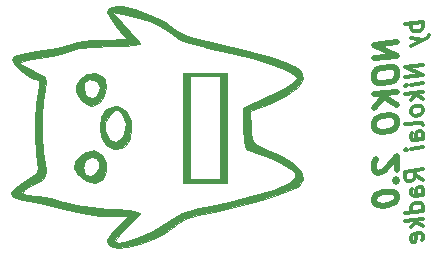
<source format=gbr>
G04 #@! TF.FileFunction,Legend,Bot*
%FSLAX46Y46*%
G04 Gerber Fmt 4.6, Leading zero omitted, Abs format (unit mm)*
G04 Created by KiCad (PCBNEW 4.0.6+dfsg1-1) date Sat Feb 24 17:26:48 2018*
%MOMM*%
%LPD*%
G01*
G04 APERTURE LIST*
%ADD10C,0.100000*%
%ADD11C,0.300000*%
%ADD12C,0.500000*%
%ADD13C,0.010000*%
G04 APERTURE END LIST*
D10*
D11*
X131578571Y-85365179D02*
X130078571Y-85552679D01*
X130650000Y-85481250D02*
X130578571Y-85633036D01*
X130578571Y-85918750D01*
X130650000Y-86052678D01*
X130721429Y-86115178D01*
X130864286Y-86168750D01*
X131292857Y-86115179D01*
X131435714Y-86025893D01*
X131507143Y-85945535D01*
X131578571Y-85793750D01*
X131578571Y-85508036D01*
X131507143Y-85374107D01*
X130578571Y-86704465D02*
X131578571Y-86936608D01*
X130578571Y-87418750D02*
X131578571Y-86936608D01*
X131935714Y-86749107D01*
X132007143Y-86668750D01*
X132078571Y-86516965D01*
X131578571Y-89008036D02*
X130078571Y-89195536D01*
X131578571Y-89865179D01*
X130078571Y-90052679D01*
X131578571Y-90579465D02*
X130578571Y-90704465D01*
X130078571Y-90766965D02*
X130150000Y-90686607D01*
X130221429Y-90749107D01*
X130150000Y-90829464D01*
X130078571Y-90766965D01*
X130221429Y-90749107D01*
X131578571Y-91293751D02*
X130078571Y-91481251D01*
X131007143Y-91508036D02*
X131578571Y-91865179D01*
X130578571Y-91990179D02*
X131150000Y-91347322D01*
X131578571Y-92722323D02*
X131507143Y-92588393D01*
X131435714Y-92525894D01*
X131292857Y-92472322D01*
X130864286Y-92525893D01*
X130721429Y-92615179D01*
X130650000Y-92695536D01*
X130578571Y-92847323D01*
X130578571Y-93061608D01*
X130650000Y-93195536D01*
X130721429Y-93258036D01*
X130864286Y-93311608D01*
X131292857Y-93258037D01*
X131435714Y-93168751D01*
X131507143Y-93088393D01*
X131578571Y-92936608D01*
X131578571Y-92722323D01*
X131578571Y-94079466D02*
X131507143Y-93945536D01*
X131364286Y-93891965D01*
X130078571Y-94052680D01*
X131578571Y-95293751D02*
X130792857Y-95391965D01*
X130650000Y-95338393D01*
X130578571Y-95204465D01*
X130578571Y-94918751D01*
X130650000Y-94766965D01*
X131507143Y-95302679D02*
X131578571Y-95150894D01*
X131578571Y-94793751D01*
X131507143Y-94659822D01*
X131364286Y-94606250D01*
X131221429Y-94624107D01*
X131078571Y-94713394D01*
X131007143Y-94865179D01*
X131007143Y-95222322D01*
X130935714Y-95374108D01*
X131578571Y-96008037D02*
X130578571Y-96133037D01*
X130078571Y-96195537D02*
X130150000Y-96115179D01*
X130221429Y-96177679D01*
X130150000Y-96258036D01*
X130078571Y-96195537D01*
X130221429Y-96177679D01*
X131578571Y-98722323D02*
X130864286Y-98311608D01*
X131578571Y-97865180D02*
X130078571Y-98052680D01*
X130078571Y-98624108D01*
X130150000Y-98758037D01*
X130221429Y-98820536D01*
X130364286Y-98874108D01*
X130578571Y-98847323D01*
X130721429Y-98758036D01*
X130792857Y-98677680D01*
X130864286Y-98525893D01*
X130864286Y-97954465D01*
X131578571Y-100008037D02*
X130792857Y-100106251D01*
X130650000Y-100052679D01*
X130578571Y-99918751D01*
X130578571Y-99633037D01*
X130650000Y-99481251D01*
X131507143Y-100016965D02*
X131578571Y-99865180D01*
X131578571Y-99508037D01*
X131507143Y-99374108D01*
X131364286Y-99320536D01*
X131221429Y-99338393D01*
X131078571Y-99427680D01*
X131007143Y-99579465D01*
X131007143Y-99936608D01*
X130935714Y-100088394D01*
X131578571Y-101365180D02*
X130078571Y-101552680D01*
X131507143Y-101374108D02*
X131578571Y-101222323D01*
X131578571Y-100936609D01*
X131507143Y-100802679D01*
X131435714Y-100740180D01*
X131292857Y-100686608D01*
X130864286Y-100740179D01*
X130721429Y-100829465D01*
X130650000Y-100909822D01*
X130578571Y-101061609D01*
X130578571Y-101347323D01*
X130650000Y-101481251D01*
X131578571Y-102079466D02*
X130078571Y-102266966D01*
X131007143Y-102293751D02*
X131578571Y-102650894D01*
X130578571Y-102775894D02*
X131150000Y-102133037D01*
X131507143Y-103874108D02*
X131578571Y-103722323D01*
X131578571Y-103436609D01*
X131507143Y-103302680D01*
X131364286Y-103249108D01*
X130792857Y-103320537D01*
X130650000Y-103409823D01*
X130578571Y-103561609D01*
X130578571Y-103847323D01*
X130650000Y-103981251D01*
X130792857Y-104034823D01*
X130935714Y-104016966D01*
X131078571Y-103284823D01*
D12*
X129404762Y-87077381D02*
X127404762Y-87327381D01*
X129404762Y-88220239D01*
X127404762Y-88470239D01*
X127404762Y-89803572D02*
X127404762Y-90184524D01*
X127500000Y-90363095D01*
X127690476Y-90529763D01*
X128071429Y-90577381D01*
X128738095Y-90494048D01*
X129119048Y-90351191D01*
X129309524Y-90136905D01*
X129404762Y-89934524D01*
X129404762Y-89553572D01*
X129309524Y-89375001D01*
X129119048Y-89208333D01*
X128738095Y-89160714D01*
X128071429Y-89244047D01*
X127690476Y-89386905D01*
X127500000Y-89601191D01*
X127404762Y-89803572D01*
X129404762Y-91267857D02*
X127404762Y-91517857D01*
X129404762Y-92410715D02*
X128261905Y-91696429D01*
X127404762Y-92660715D02*
X128547619Y-91375000D01*
X127404762Y-93898810D02*
X127404762Y-94279762D01*
X127500000Y-94458333D01*
X127690476Y-94625001D01*
X128071429Y-94672619D01*
X128738095Y-94589286D01*
X129119048Y-94446429D01*
X129309524Y-94232143D01*
X129404762Y-94029762D01*
X129404762Y-93648810D01*
X129309524Y-93470239D01*
X129119048Y-93303571D01*
X128738095Y-93255952D01*
X128071429Y-93339285D01*
X127690476Y-93482143D01*
X127500000Y-93696429D01*
X127404762Y-93898810D01*
X127595238Y-97017857D02*
X127500000Y-97125000D01*
X127404762Y-97327382D01*
X127404762Y-97803572D01*
X127500000Y-97982143D01*
X127595238Y-98065476D01*
X127785714Y-98136906D01*
X127976190Y-98113096D01*
X128261905Y-97982143D01*
X129404762Y-96696429D01*
X129404762Y-97934525D01*
X129214286Y-98815476D02*
X129309524Y-98898811D01*
X129404762Y-98791667D01*
X129309524Y-98708334D01*
X129214286Y-98815476D01*
X129404762Y-98791667D01*
X127404762Y-100375001D02*
X127404762Y-100565477D01*
X127500000Y-100744048D01*
X127595238Y-100827381D01*
X127785714Y-100898810D01*
X128166667Y-100946430D01*
X128642857Y-100886906D01*
X129023810Y-100744048D01*
X129214286Y-100625000D01*
X129309524Y-100517858D01*
X129404762Y-100315477D01*
X129404762Y-100125001D01*
X129309524Y-99946430D01*
X129214286Y-99863096D01*
X129023810Y-99791667D01*
X128642857Y-99744048D01*
X128166667Y-99803572D01*
X127785714Y-99946429D01*
X127595238Y-100065477D01*
X127500000Y-100172620D01*
X127404762Y-100375001D01*
D13*
G36*
X96862356Y-100234535D02*
X97626291Y-100470673D01*
X98237222Y-100561216D01*
X99486068Y-100773916D01*
X100844403Y-101098829D01*
X101473875Y-101287080D01*
X102714844Y-101591867D01*
X104111435Y-101784738D01*
X104845349Y-101820000D01*
X106602947Y-101820000D01*
X105700918Y-102750658D01*
X105158677Y-103372618D01*
X104837044Y-103862300D01*
X104798889Y-103990463D01*
X105028982Y-104368888D01*
X105645538Y-104507522D01*
X106537971Y-104434044D01*
X107595697Y-104176134D01*
X108708130Y-103761473D01*
X109764685Y-103217740D01*
X110654777Y-102572616D01*
X110727161Y-102506594D01*
X111436948Y-102050357D01*
X112513116Y-101710142D01*
X113494067Y-101526934D01*
X114613678Y-101310000D01*
X115944613Y-100986839D01*
X117354498Y-100597494D01*
X118710959Y-100182007D01*
X119881624Y-99780420D01*
X120734120Y-99432776D01*
X121086658Y-99230211D01*
X121433659Y-98668594D01*
X121253847Y-98032379D01*
X120575067Y-97351632D01*
X119425161Y-96656421D01*
X118204444Y-96117731D01*
X117523134Y-95814064D01*
X117178380Y-95468794D01*
X117037440Y-94883004D01*
X116993693Y-94303368D01*
X116911830Y-92930000D01*
X118567679Y-92290878D01*
X120076631Y-91596819D01*
X121022414Y-90897048D01*
X121404606Y-90192008D01*
X121231715Y-89496011D01*
X120802831Y-89184597D01*
X119914093Y-88796612D01*
X118660000Y-88361744D01*
X117135051Y-87909682D01*
X115433744Y-87470113D01*
X113650577Y-87072724D01*
X113284981Y-86999455D01*
X111851409Y-86641078D01*
X110870566Y-86203153D01*
X110444035Y-85875117D01*
X109626260Y-85306140D01*
X108471988Y-84757842D01*
X107205391Y-84316079D01*
X106050641Y-84066710D01*
X105652606Y-84040000D01*
X105222222Y-84117923D01*
X105222222Y-84547564D01*
X106492222Y-84751264D01*
X107498185Y-85001763D01*
X108590428Y-85409696D01*
X109598385Y-85895656D01*
X110351493Y-86380234D01*
X110639139Y-86681911D01*
X111004988Y-86910742D01*
X111784243Y-87183659D01*
X112833284Y-87453518D01*
X113265556Y-87544037D01*
X115268724Y-87976679D01*
X117072771Y-88441269D01*
X118607028Y-88913593D01*
X119800825Y-89369436D01*
X120583492Y-89784585D01*
X120884359Y-90134825D01*
X120885556Y-90154958D01*
X120632791Y-90483068D01*
X119927234Y-90949297D01*
X118847987Y-91502863D01*
X118627778Y-91604393D01*
X116370000Y-92629998D01*
X116370000Y-94397400D01*
X116385154Y-95366524D01*
X116468889Y-95915868D01*
X116678613Y-96189986D01*
X117071733Y-96333433D01*
X117146111Y-96351663D01*
X117930611Y-96611810D01*
X118863164Y-97018808D01*
X119767426Y-97483213D01*
X120467056Y-97915579D01*
X120767588Y-98188558D01*
X120731597Y-98596041D01*
X120220503Y-99037815D01*
X119315504Y-99452652D01*
X118923037Y-99579469D01*
X116995458Y-100119652D01*
X115167104Y-100583007D01*
X113591206Y-100932563D01*
X112574912Y-101111162D01*
X111149486Y-101526555D01*
X110107639Y-102223629D01*
X109427133Y-102687168D01*
X108513326Y-103158768D01*
X107513404Y-103581839D01*
X106574552Y-103899790D01*
X105843955Y-104056030D01*
X105477540Y-104003836D01*
X105576747Y-103743084D01*
X106005004Y-103242516D01*
X106467125Y-102796877D01*
X107104319Y-102185781D01*
X107523426Y-101715907D01*
X107621111Y-101542670D01*
X107359222Y-101438834D01*
X106654147Y-101330279D01*
X105626773Y-101232756D01*
X104869444Y-101184124D01*
X103424033Y-101062200D01*
X102150463Y-100872168D01*
X101223503Y-100641715D01*
X101068509Y-100581947D01*
X100053406Y-100272223D01*
X98987034Y-100128003D01*
X98897943Y-100126666D01*
X98007552Y-100051639D01*
X97659125Y-99840041D01*
X97858456Y-99512095D01*
X98601614Y-99092421D01*
X99302927Y-98746433D01*
X99601955Y-98424639D01*
X99612990Y-97923757D01*
X99527539Y-97445555D01*
X99395147Y-96350767D01*
X99332618Y-94946977D01*
X99339100Y-93452597D01*
X99413741Y-92086038D01*
X99552386Y-91080456D01*
X99657851Y-90448482D01*
X99534064Y-90071804D01*
X99067193Y-89764710D01*
X98617927Y-89555927D01*
X97923018Y-89198345D01*
X97510410Y-88900602D01*
X97461111Y-88815223D01*
X97716083Y-88666997D01*
X98376594Y-88507919D01*
X99083889Y-88400671D01*
X100179600Y-88219373D01*
X101204155Y-87969878D01*
X101658355Y-87815919D01*
X102471519Y-87613378D01*
X103675438Y-87477185D01*
X105098384Y-87426674D01*
X105115577Y-87426666D01*
X106225807Y-87405726D01*
X107083844Y-87349685D01*
X107562909Y-87268714D01*
X107621111Y-87225682D01*
X107439315Y-86931904D01*
X106966830Y-86371177D01*
X106421667Y-85786131D01*
X105222222Y-84547564D01*
X105222222Y-84117923D01*
X105005234Y-84157210D01*
X104827497Y-84523837D01*
X105119668Y-85162373D01*
X105674792Y-85864624D01*
X106550694Y-86862222D01*
X104616458Y-86874609D01*
X103422131Y-86942565D01*
X102274722Y-87106590D01*
X101553333Y-87290500D01*
X100594752Y-87560071D01*
X99424456Y-87792533D01*
X98836220Y-87875101D01*
X97630778Y-88050004D01*
X96950570Y-88265898D01*
X96756388Y-88566220D01*
X97009029Y-88994407D01*
X97450450Y-89410433D01*
X98119656Y-89918277D01*
X98661862Y-90216204D01*
X98803794Y-90248889D01*
X99029924Y-90388528D01*
X99033460Y-90883946D01*
X98955566Y-91307222D01*
X98817050Y-92348585D01*
X98747138Y-93695765D01*
X98746742Y-95123679D01*
X98816772Y-96407244D01*
X98931662Y-97213586D01*
X99011031Y-97764695D01*
X98870751Y-98147785D01*
X98405607Y-98525361D01*
X97873328Y-98848260D01*
X96990581Y-99445482D01*
X96652021Y-99900189D01*
X96862356Y-100234535D01*
X96862356Y-100234535D01*
G37*
X96862356Y-100234535D02*
X97626291Y-100470673D01*
X98237222Y-100561216D01*
X99486068Y-100773916D01*
X100844403Y-101098829D01*
X101473875Y-101287080D01*
X102714844Y-101591867D01*
X104111435Y-101784738D01*
X104845349Y-101820000D01*
X106602947Y-101820000D01*
X105700918Y-102750658D01*
X105158677Y-103372618D01*
X104837044Y-103862300D01*
X104798889Y-103990463D01*
X105028982Y-104368888D01*
X105645538Y-104507522D01*
X106537971Y-104434044D01*
X107595697Y-104176134D01*
X108708130Y-103761473D01*
X109764685Y-103217740D01*
X110654777Y-102572616D01*
X110727161Y-102506594D01*
X111436948Y-102050357D01*
X112513116Y-101710142D01*
X113494067Y-101526934D01*
X114613678Y-101310000D01*
X115944613Y-100986839D01*
X117354498Y-100597494D01*
X118710959Y-100182007D01*
X119881624Y-99780420D01*
X120734120Y-99432776D01*
X121086658Y-99230211D01*
X121433659Y-98668594D01*
X121253847Y-98032379D01*
X120575067Y-97351632D01*
X119425161Y-96656421D01*
X118204444Y-96117731D01*
X117523134Y-95814064D01*
X117178380Y-95468794D01*
X117037440Y-94883004D01*
X116993693Y-94303368D01*
X116911830Y-92930000D01*
X118567679Y-92290878D01*
X120076631Y-91596819D01*
X121022414Y-90897048D01*
X121404606Y-90192008D01*
X121231715Y-89496011D01*
X120802831Y-89184597D01*
X119914093Y-88796612D01*
X118660000Y-88361744D01*
X117135051Y-87909682D01*
X115433744Y-87470113D01*
X113650577Y-87072724D01*
X113284981Y-86999455D01*
X111851409Y-86641078D01*
X110870566Y-86203153D01*
X110444035Y-85875117D01*
X109626260Y-85306140D01*
X108471988Y-84757842D01*
X107205391Y-84316079D01*
X106050641Y-84066710D01*
X105652606Y-84040000D01*
X105222222Y-84117923D01*
X105222222Y-84547564D01*
X106492222Y-84751264D01*
X107498185Y-85001763D01*
X108590428Y-85409696D01*
X109598385Y-85895656D01*
X110351493Y-86380234D01*
X110639139Y-86681911D01*
X111004988Y-86910742D01*
X111784243Y-87183659D01*
X112833284Y-87453518D01*
X113265556Y-87544037D01*
X115268724Y-87976679D01*
X117072771Y-88441269D01*
X118607028Y-88913593D01*
X119800825Y-89369436D01*
X120583492Y-89784585D01*
X120884359Y-90134825D01*
X120885556Y-90154958D01*
X120632791Y-90483068D01*
X119927234Y-90949297D01*
X118847987Y-91502863D01*
X118627778Y-91604393D01*
X116370000Y-92629998D01*
X116370000Y-94397400D01*
X116385154Y-95366524D01*
X116468889Y-95915868D01*
X116678613Y-96189986D01*
X117071733Y-96333433D01*
X117146111Y-96351663D01*
X117930611Y-96611810D01*
X118863164Y-97018808D01*
X119767426Y-97483213D01*
X120467056Y-97915579D01*
X120767588Y-98188558D01*
X120731597Y-98596041D01*
X120220503Y-99037815D01*
X119315504Y-99452652D01*
X118923037Y-99579469D01*
X116995458Y-100119652D01*
X115167104Y-100583007D01*
X113591206Y-100932563D01*
X112574912Y-101111162D01*
X111149486Y-101526555D01*
X110107639Y-102223629D01*
X109427133Y-102687168D01*
X108513326Y-103158768D01*
X107513404Y-103581839D01*
X106574552Y-103899790D01*
X105843955Y-104056030D01*
X105477540Y-104003836D01*
X105576747Y-103743084D01*
X106005004Y-103242516D01*
X106467125Y-102796877D01*
X107104319Y-102185781D01*
X107523426Y-101715907D01*
X107621111Y-101542670D01*
X107359222Y-101438834D01*
X106654147Y-101330279D01*
X105626773Y-101232756D01*
X104869444Y-101184124D01*
X103424033Y-101062200D01*
X102150463Y-100872168D01*
X101223503Y-100641715D01*
X101068509Y-100581947D01*
X100053406Y-100272223D01*
X98987034Y-100128003D01*
X98897943Y-100126666D01*
X98007552Y-100051639D01*
X97659125Y-99840041D01*
X97858456Y-99512095D01*
X98601614Y-99092421D01*
X99302927Y-98746433D01*
X99601955Y-98424639D01*
X99612990Y-97923757D01*
X99527539Y-97445555D01*
X99395147Y-96350767D01*
X99332618Y-94946977D01*
X99339100Y-93452597D01*
X99413741Y-92086038D01*
X99552386Y-91080456D01*
X99657851Y-90448482D01*
X99534064Y-90071804D01*
X99067193Y-89764710D01*
X98617927Y-89555927D01*
X97923018Y-89198345D01*
X97510410Y-88900602D01*
X97461111Y-88815223D01*
X97716083Y-88666997D01*
X98376594Y-88507919D01*
X99083889Y-88400671D01*
X100179600Y-88219373D01*
X101204155Y-87969878D01*
X101658355Y-87815919D01*
X102471519Y-87613378D01*
X103675438Y-87477185D01*
X105098384Y-87426674D01*
X105115577Y-87426666D01*
X106225807Y-87405726D01*
X107083844Y-87349685D01*
X107562909Y-87268714D01*
X107621111Y-87225682D01*
X107439315Y-86931904D01*
X106966830Y-86371177D01*
X106421667Y-85786131D01*
X105222222Y-84547564D01*
X105222222Y-84117923D01*
X105005234Y-84157210D01*
X104827497Y-84523837D01*
X105119668Y-85162373D01*
X105674792Y-85864624D01*
X106550694Y-86862222D01*
X104616458Y-86874609D01*
X103422131Y-86942565D01*
X102274722Y-87106590D01*
X101553333Y-87290500D01*
X100594752Y-87560071D01*
X99424456Y-87792533D01*
X98836220Y-87875101D01*
X97630778Y-88050004D01*
X96950570Y-88265898D01*
X96756388Y-88566220D01*
X97009029Y-88994407D01*
X97450450Y-89410433D01*
X98119656Y-89918277D01*
X98661862Y-90216204D01*
X98803794Y-90248889D01*
X99029924Y-90388528D01*
X99033460Y-90883946D01*
X98955566Y-91307222D01*
X98817050Y-92348585D01*
X98747138Y-93695765D01*
X98746742Y-95123679D01*
X98816772Y-96407244D01*
X98931662Y-97213586D01*
X99011031Y-97764695D01*
X98870751Y-98147785D01*
X98405607Y-98525361D01*
X97873328Y-98848260D01*
X96990581Y-99445482D01*
X96652021Y-99900189D01*
X96862356Y-100234535D01*
G36*
X114958889Y-98997778D02*
X114958889Y-89684444D01*
X111854444Y-89684444D01*
X111854444Y-89966666D01*
X114394444Y-89966666D01*
X114394444Y-98715555D01*
X111854444Y-98715555D01*
X111854444Y-89966666D01*
X111854444Y-89684444D01*
X111290000Y-89684444D01*
X111290000Y-98997778D01*
X114958889Y-98997778D01*
X114958889Y-98997778D01*
G37*
X114958889Y-98997778D02*
X114958889Y-89684444D01*
X111854444Y-89684444D01*
X111854444Y-89966666D01*
X114394444Y-89966666D01*
X114394444Y-98715555D01*
X111854444Y-98715555D01*
X111854444Y-89966666D01*
X111854444Y-89684444D01*
X111290000Y-89684444D01*
X111290000Y-98997778D01*
X114958889Y-98997778D01*
G36*
X104322592Y-95112924D02*
X104719941Y-95754891D01*
X105371268Y-96101563D01*
X106065248Y-96068101D01*
X106323523Y-95916229D01*
X106732050Y-95262847D01*
X106879337Y-94330651D01*
X106825531Y-93776666D01*
X106454536Y-92916838D01*
X105777989Y-92529985D01*
X105777640Y-92529956D01*
X105777640Y-92839199D01*
X106085165Y-93195607D01*
X106464392Y-94058028D01*
X106283849Y-94905494D01*
X106109700Y-95179692D01*
X105603601Y-95541471D01*
X105088697Y-95405834D01*
X104694440Y-94822614D01*
X104629148Y-94609741D01*
X104620814Y-93891150D01*
X105060348Y-93257101D01*
X105508075Y-92854100D01*
X105777640Y-92839199D01*
X105777640Y-92529956D01*
X105504444Y-92506666D01*
X104746073Y-92740323D01*
X104296851Y-93386967D01*
X104193730Y-94365111D01*
X104322592Y-95112924D01*
X104322592Y-95112924D01*
G37*
X104322592Y-95112924D02*
X104719941Y-95754891D01*
X105371268Y-96101563D01*
X106065248Y-96068101D01*
X106323523Y-95916229D01*
X106732050Y-95262847D01*
X106879337Y-94330651D01*
X106825531Y-93776666D01*
X106454536Y-92916838D01*
X105777989Y-92529985D01*
X105777640Y-92529956D01*
X105777640Y-92839199D01*
X106085165Y-93195607D01*
X106464392Y-94058028D01*
X106283849Y-94905494D01*
X106109700Y-95179692D01*
X105603601Y-95541471D01*
X105088697Y-95405834D01*
X104694440Y-94822614D01*
X104629148Y-94609741D01*
X104620814Y-93891150D01*
X105060348Y-93257101D01*
X105508075Y-92854100D01*
X105777640Y-92839199D01*
X105777640Y-92529956D01*
X105504444Y-92506666D01*
X104746073Y-92740323D01*
X104296851Y-93386967D01*
X104193730Y-94365111D01*
X104322592Y-95112924D01*
G36*
X102178505Y-91339622D02*
X102584605Y-91964439D01*
X103191246Y-92411709D01*
X103562671Y-92506666D01*
X104174395Y-92263515D01*
X104602067Y-91668154D01*
X104772995Y-90921727D01*
X104614487Y-90225373D01*
X104460222Y-90023111D01*
X103834364Y-89719534D01*
X103321995Y-89783225D01*
X103321995Y-90248889D01*
X103975000Y-90403086D01*
X104196546Y-90906928D01*
X104175794Y-91225053D01*
X103876865Y-91712875D01*
X103528889Y-91801111D01*
X103067163Y-91614254D01*
X102875143Y-91025000D01*
X102896609Y-90448350D01*
X103204010Y-90254468D01*
X103321995Y-90248889D01*
X103321995Y-89783225D01*
X103130706Y-89807004D01*
X102516384Y-90189087D01*
X102158534Y-90769347D01*
X102178505Y-91339622D01*
X102178505Y-91339622D01*
G37*
X102178505Y-91339622D02*
X102584605Y-91964439D01*
X103191246Y-92411709D01*
X103562671Y-92506666D01*
X104174395Y-92263515D01*
X104602067Y-91668154D01*
X104772995Y-90921727D01*
X104614487Y-90225373D01*
X104460222Y-90023111D01*
X103834364Y-89719534D01*
X103321995Y-89783225D01*
X103321995Y-90248889D01*
X103975000Y-90403086D01*
X104196546Y-90906928D01*
X104175794Y-91225053D01*
X103876865Y-91712875D01*
X103528889Y-91801111D01*
X103067163Y-91614254D01*
X102875143Y-91025000D01*
X102896609Y-90448350D01*
X103204010Y-90254468D01*
X103321995Y-90248889D01*
X103321995Y-89783225D01*
X103130706Y-89807004D01*
X102516384Y-90189087D01*
X102158534Y-90769347D01*
X102178505Y-91339622D01*
G36*
X102385313Y-98326549D02*
X102416003Y-98370537D01*
X103041353Y-98869509D01*
X103802477Y-98974683D01*
X104460222Y-98659111D01*
X104766740Y-98001755D01*
X104701447Y-97206825D01*
X104355397Y-96619047D01*
X103694002Y-96215802D01*
X103447093Y-96267379D01*
X103447093Y-96779794D01*
X103844420Y-96854841D01*
X104181169Y-97215887D01*
X104164978Y-97741310D01*
X103852469Y-98207081D01*
X103458333Y-98382406D01*
X102980524Y-98342272D01*
X102827772Y-97931880D01*
X102823333Y-97764062D01*
X102987746Y-97046928D01*
X103447093Y-96779794D01*
X103447093Y-96267379D01*
X103016456Y-96357337D01*
X102541111Y-96740000D01*
X102085629Y-97276915D01*
X102040140Y-97721782D01*
X102385313Y-98326549D01*
X102385313Y-98326549D01*
G37*
X102385313Y-98326549D02*
X102416003Y-98370537D01*
X103041353Y-98869509D01*
X103802477Y-98974683D01*
X104460222Y-98659111D01*
X104766740Y-98001755D01*
X104701447Y-97206825D01*
X104355397Y-96619047D01*
X103694002Y-96215802D01*
X103447093Y-96267379D01*
X103447093Y-96779794D01*
X103844420Y-96854841D01*
X104181169Y-97215887D01*
X104164978Y-97741310D01*
X103852469Y-98207081D01*
X103458333Y-98382406D01*
X102980524Y-98342272D01*
X102827772Y-97931880D01*
X102823333Y-97764062D01*
X102987746Y-97046928D01*
X103447093Y-96779794D01*
X103447093Y-96267379D01*
X103016456Y-96357337D01*
X102541111Y-96740000D01*
X102085629Y-97276915D01*
X102040140Y-97721782D01*
X102385313Y-98326549D01*
M02*

</source>
